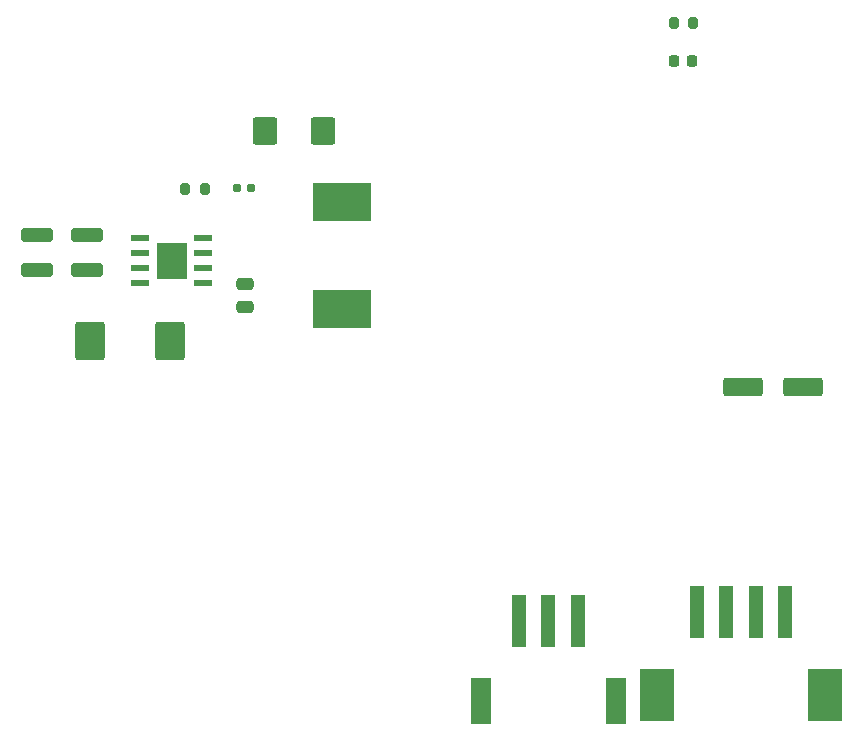
<source format=gbr>
%TF.GenerationSoftware,KiCad,Pcbnew,8.0.3*%
%TF.CreationDate,2024-07-18T15:34:31-04:00*%
%TF.ProjectId,DropGenPCB_FINAL,44726f70-4765-46e5-9043-425f46494e41,rev?*%
%TF.SameCoordinates,Original*%
%TF.FileFunction,Paste,Top*%
%TF.FilePolarity,Positive*%
%FSLAX46Y46*%
G04 Gerber Fmt 4.6, Leading zero omitted, Abs format (unit mm)*
G04 Created by KiCad (PCBNEW 8.0.3) date 2024-07-18 15:34:31*
%MOMM*%
%LPD*%
G01*
G04 APERTURE LIST*
G04 Aperture macros list*
%AMRoundRect*
0 Rectangle with rounded corners*
0 $1 Rounding radius*
0 $2 $3 $4 $5 $6 $7 $8 $9 X,Y pos of 4 corners*
0 Add a 4 corners polygon primitive as box body*
4,1,4,$2,$3,$4,$5,$6,$7,$8,$9,$2,$3,0*
0 Add four circle primitives for the rounded corners*
1,1,$1+$1,$2,$3*
1,1,$1+$1,$4,$5*
1,1,$1+$1,$6,$7*
1,1,$1+$1,$8,$9*
0 Add four rect primitives between the rounded corners*
20,1,$1+$1,$2,$3,$4,$5,0*
20,1,$1+$1,$4,$5,$6,$7,0*
20,1,$1+$1,$6,$7,$8,$9,0*
20,1,$1+$1,$8,$9,$2,$3,0*%
G04 Aperture macros list end*
%ADD10R,1.550000X0.600000*%
%ADD11R,2.600000X3.100000*%
%ADD12RoundRect,0.250000X0.475000X-0.250000X0.475000X0.250000X-0.475000X0.250000X-0.475000X-0.250000X0*%
%ADD13RoundRect,0.218750X0.218750X0.256250X-0.218750X0.256250X-0.218750X-0.256250X0.218750X-0.256250X0*%
%ADD14RoundRect,0.250000X0.787500X0.925000X-0.787500X0.925000X-0.787500X-0.925000X0.787500X-0.925000X0*%
%ADD15R,1.300000X4.500000*%
%ADD16R,3.000000X4.500000*%
%ADD17RoundRect,0.200000X0.200000X0.275000X-0.200000X0.275000X-0.200000X-0.275000X0.200000X-0.275000X0*%
%ADD18RoundRect,0.250000X-1.100000X0.325000X-1.100000X-0.325000X1.100000X-0.325000X1.100000X0.325000X0*%
%ADD19RoundRect,0.160000X0.197500X0.160000X-0.197500X0.160000X-0.197500X-0.160000X0.197500X-0.160000X0*%
%ADD20RoundRect,0.250000X1.000000X-1.400000X1.000000X1.400000X-1.000000X1.400000X-1.000000X-1.400000X0*%
%ADD21RoundRect,0.250000X1.412500X0.550000X-1.412500X0.550000X-1.412500X-0.550000X1.412500X-0.550000X0*%
%ADD22R,4.950000X3.175000*%
%ADD23R,1.800000X3.900000*%
G04 APERTURE END LIST*
D10*
%TO.C,U4*%
X77985600Y-117846100D03*
X77985600Y-116576100D03*
X77985600Y-115306100D03*
X77985600Y-114036100D03*
X72585600Y-114036100D03*
X72585600Y-115306100D03*
X72585600Y-116576100D03*
X72585600Y-117846100D03*
D11*
X75285600Y-115941100D03*
%TD*%
D12*
%TO.C,C3*%
X81508600Y-119812100D03*
X81508600Y-117912100D03*
%TD*%
D13*
%TO.C,D2*%
X119372500Y-99000000D03*
X117797500Y-99000000D03*
%TD*%
D14*
%TO.C,C2*%
X88136700Y-104954600D03*
X83211700Y-104954600D03*
%TD*%
D15*
%TO.C,J2*%
X119750000Y-145687200D03*
X122250000Y-145687200D03*
X124750000Y-145687200D03*
X127250000Y-145687200D03*
D16*
X130600000Y-152687200D03*
X116400000Y-152687200D03*
%TD*%
D17*
%TO.C,R3*%
X119450000Y-95800000D03*
X117800000Y-95800000D03*
%TD*%
D18*
%TO.C,C5*%
X63855600Y-113766600D03*
X63855600Y-116716600D03*
%TD*%
D19*
%TO.C,R1*%
X82029900Y-109780600D03*
X80834900Y-109780600D03*
%TD*%
D20*
%TO.C,D1*%
X68380400Y-122707400D03*
X75180400Y-122707400D03*
%TD*%
D17*
%TO.C,R2*%
X78091800Y-109806000D03*
X76441800Y-109806000D03*
%TD*%
D21*
%TO.C,C1*%
X128775000Y-126600000D03*
X123700000Y-126600000D03*
%TD*%
D18*
%TO.C,C4*%
X68100000Y-113725000D03*
X68100000Y-116675000D03*
%TD*%
D22*
%TO.C,L1*%
X89687400Y-119966000D03*
X89687400Y-110951000D03*
%TD*%
D15*
%TO.C,J1*%
X104700000Y-146400000D03*
X107200000Y-146400000D03*
X109700000Y-146400000D03*
D23*
X101500000Y-153220000D03*
X112900000Y-153220000D03*
%TD*%
M02*

</source>
